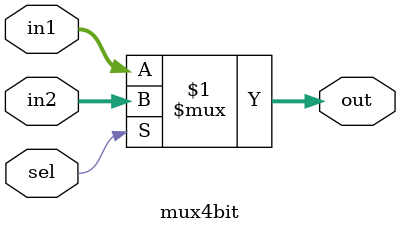
<source format=v>
`timescale 1ns / 1ps
module mux4bit(input [3:0] in1, in2, input sel, output [3:0] out
    );	 
assign out = sel? in2:in1;
endmodule

</source>
